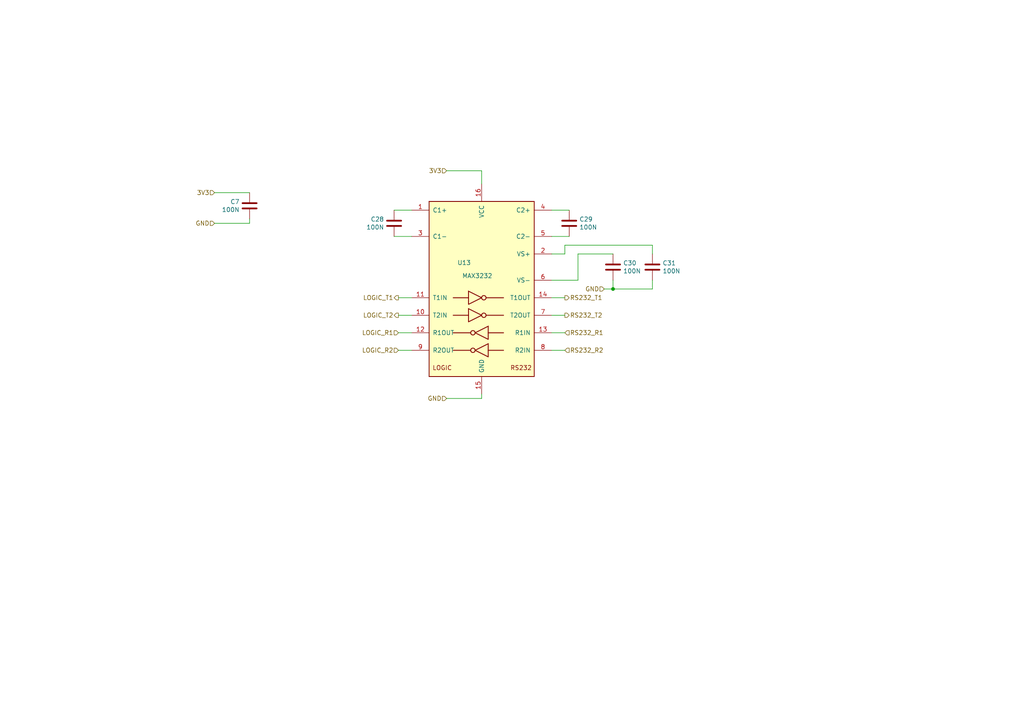
<source format=kicad_sch>
(kicad_sch (version 20211123) (generator eeschema)
  (paper "A4")
  (lib_symbols
    (symbol "Device:C" (pin_numbers hide) (pin_names (offset 0.254))
      (property "Reference" "C" (at 0.635 2.54 0))
      (property "Value" "C" (at 0.635 -2.54 0))
      (symbol "C_0_1"
        (polyline (pts (xy -2.032 -0.762) (xy 2.032 -0.762)) (stroke (width 0.508)))
        (polyline (pts (xy -2.032 0.762) (xy 2.032 0.762)) (stroke (width 0.508)))
      )
      (symbol "C_1_1"
        (pin passive line (at 0 3.81 270) (length 2.794) (name "~") (number "1"))
        (pin passive line (at 0 -3.81 90) (length 2.794) (name "~") (number "2"))
      )
    )
    (symbol "Interface_UART:MAX3232" (pin_names (offset 1.016))
      (property "Reference" "U" (at -2.54 28.575 0))
      (property "Value" "MAX3232" (at -2.54 26.67 0))
      (symbol "MAX3232_0_0"
        (text "LOGIC" (at -11.43 -22.86 0) (effects (font (size 1.27 1.27))))
        (text "RS232" (at 11.43 -22.86 0) (effects (font (size 1.27 1.27))))
      )
      (symbol "MAX3232_0_1"
        (rectangle (start -15.24 -25.4) (end 15.24 25.4) (stroke (width 0.254)) (fill (type background)))
        (circle (center -2.54 -17.78) (radius 0.635) (stroke (width 0.254)))
        (circle (center -2.54 -12.7) (radius 0.635) (stroke (width 0.254)))
        (polyline (pts (xy -3.81 -7.62) (xy -8.255 -7.62)) (stroke (width 0.254)))
        (polyline (pts (xy -3.81 -2.54) (xy -8.255 -2.54)) (stroke (width 0.254)))
        (polyline (pts (xy -3.175 -17.78) (xy -8.255 -17.78)) (stroke (width 0.254)))
        (polyline (pts (xy -3.175 -12.7) (xy -8.255 -12.7)) (stroke (width 0.254)))
        (polyline (pts (xy 1.27 -7.62) (xy 6.35 -7.62)) (stroke (width 0.254)))
        (polyline (pts (xy 1.27 -2.54) (xy 6.35 -2.54)) (stroke (width 0.254)))
        (polyline (pts (xy 1.905 -17.78) (xy 6.35 -17.78)) (stroke (width 0.254)))
        (polyline (pts (xy 1.905 -12.7) (xy 6.35 -12.7)) (stroke (width 0.254)))
        (polyline (pts (xy -3.81 -5.715) (xy -3.81 -9.525) (xy 0 -7.62) (xy -3.81 -5.715)) (stroke (width 0.254)))
        (polyline (pts (xy -3.81 -0.635) (xy -3.81 -4.445) (xy 0 -2.54) (xy -3.81 -0.635)) (stroke (width 0.254)))
        (polyline (pts (xy 1.905 -15.875) (xy 1.905 -19.685) (xy -1.905 -17.78) (xy 1.905 -15.875)) (stroke (width 0.254)))
        (polyline (pts (xy 1.905 -10.795) (xy 1.905 -14.605) (xy -1.905 -12.7) (xy 1.905 -10.795)) (stroke (width 0.254)))
        (circle (center 0.635 -7.62) (radius 0.635) (stroke (width 0.254)))
        (circle (center 0.635 -2.54) (radius 0.635) (stroke (width 0.254)))
      )
      (symbol "MAX3232_1_1"
        (pin passive line (at -20.32 22.86 0) (length 5.08) (name "C1+") (number "1"))
        (pin input line (at -20.32 -7.62 0) (length 5.08) (name "T2IN") (number "10"))
        (pin input line (at -20.32 -2.54 0) (length 5.08) (name "T1IN") (number "11"))
        (pin output line (at -20.32 -12.7 0) (length 5.08) (name "R1OUT") (number "12"))
        (pin input line (at 20.32 -12.7 180) (length 5.08) (name "R1IN") (number "13"))
        (pin output line (at 20.32 -2.54 180) (length 5.08) (name "T1OUT") (number "14"))
        (pin power_in line (at 0 -30.48 90) (length 5.08) (name "GND") (number "15"))
        (pin power_in line (at 0 30.48 270) (length 5.08) (name "VCC") (number "16"))
        (pin power_out line (at 20.32 10.16 180) (length 5.08) (name "VS+") (number "2"))
        (pin passive line (at -20.32 15.24 0) (length 5.08) (name "C1-") (number "3"))
        (pin passive line (at 20.32 22.86 180) (length 5.08) (name "C2+") (number "4"))
        (pin passive line (at 20.32 15.24 180) (length 5.08) (name "C2-") (number "5"))
        (pin power_out line (at 20.32 2.54 180) (length 5.08) (name "VS-") (number "6"))
        (pin output line (at 20.32 -7.62 180) (length 5.08) (name "T2OUT") (number "7"))
        (pin input line (at 20.32 -17.78 180) (length 5.08) (name "R2IN") (number "8"))
        (pin output line (at -20.32 -17.78 0) (length 5.08) (name "R2OUT") (number "9"))
      )
    )
  )
  (junction (at 177.8 83.82))
  (wire (pts (xy 167.64 73.66) (xy 177.8 73.66)))
  (wire (pts (xy 129.54 49.53) (xy 139.7 49.53)))
  (wire (pts (xy 160.02 91.44) (xy 163.83 91.44)))
  (wire (pts (xy 119.38 91.44) (xy 115.57 91.44)))
  (wire (pts (xy 175.26 83.82) (xy 177.8 83.82)))
  (wire (pts (xy 114.3 60.96) (xy 119.38 60.96)))
  (wire (pts (xy 160.02 101.6) (xy 163.83 101.6)))
  (wire (pts (xy 163.83 71.12) (xy 163.83 73.66)))
  (wire (pts (xy 160.02 68.58) (xy 165.1 68.58)))
  (wire (pts (xy 167.64 81.28) (xy 167.64 73.66)))
  (wire (pts (xy 129.54 115.57) (xy 139.7 115.57)))
  (wire (pts (xy 163.83 96.52) (xy 160.02 96.52)))
  (wire (pts (xy 119.38 101.6) (xy 115.57 101.6)))
  (wire (pts (xy 177.8 83.82) (xy 177.8 81.28)))
  (wire (pts (xy 163.83 73.66) (xy 160.02 73.66)))
  (wire (pts (xy 72.39 63.5) (xy 72.39 64.77)))
  (wire (pts (xy 115.57 86.36) (xy 119.38 86.36)))
  (wire (pts (xy 62.23 55.88) (xy 72.39 55.88)))
  (wire (pts (xy 115.57 96.52) (xy 119.38 96.52)))
  (wire (pts (xy 139.7 115.57) (xy 139.7 114.3)))
  (wire (pts (xy 163.83 86.36) (xy 160.02 86.36)))
  (wire (pts (xy 189.23 71.12) (xy 189.23 73.66)))
  (wire (pts (xy 72.39 64.77) (xy 62.23 64.77)))
  (wire (pts (xy 163.83 71.12) (xy 189.23 71.12)))
  (wire (pts (xy 165.1 60.96) (xy 160.02 60.96)))
  (wire (pts (xy 119.38 68.58) (xy 114.3 68.58)))
  (wire (pts (xy 160.02 81.28) (xy 167.64 81.28)))
  (wire (pts (xy 189.23 83.82) (xy 177.8 83.82)))
  (wire (pts (xy 189.23 81.28) (xy 189.23 83.82)))
  (wire (pts (xy 139.7 49.53) (xy 139.7 53.34)))
  (hierarchical_label "LOGIC_R1" (shape input) (at 115.57 96.52 180))
  (hierarchical_label "GND" (shape input) (at 129.54 115.57 180))
  (hierarchical_label "LOGIC_R2" (shape input) (at 115.57 101.6 180))
  (hierarchical_label "LOGIC_T2" (shape output) (at 115.57 91.44 180))
  (hierarchical_label "LOGIC_T1" (shape output) (at 115.57 86.36 180))
  (hierarchical_label "3V3" (shape input) (at 62.23 55.88 180))
  (hierarchical_label "RS232_R1" (shape input) (at 163.83 96.52 0))
  (hierarchical_label "RS232_T1" (shape output) (at 163.83 86.36 0))
  (hierarchical_label "3V3" (shape input) (at 129.54 49.53 180))
  (hierarchical_label "GND" (shape input) (at 62.23 64.77 180))
  (hierarchical_label "RS232_T2" (shape output) (at 163.83 91.44 0))
  (hierarchical_label "GND" (shape input) (at 175.26 83.82 180))
  (hierarchical_label "RS232_R2" (shape input) (at 163.83 101.6 0))
  (symbol (lib_id "Interface_UART:MAX3232") (at 139.7 83.82 0) (unit 1)
    (property "Reference" "U13" (at 134.62 76.2 0))
    (property "Value" "MAX3232" (at 138.43 80.01 0))
    (property "Footprint" "Package_SO:TSSOP-16_4.4x5mm_P0.65mm" (effects hide))
    (property "Datasheet" "https://datasheets.maximintegrated.com/en/ds/MAX3222-MAX3241.pdf" (effects hide))
  )
  (symbol (lib_id "Device:C") (at 114.3 64.77 0) (mirror x) (unit 1)
    (property "Reference" "C28" (at 111.4044 63.6016 0) (effects (justify right)))
    (property "Value" "100N" (at 111.4044 65.913 0) (effects (justify right)))
    (property "Footprint" "Capacitor_SMD:C_0603_1608Metric" (effects hide))
  )
  (symbol (lib_id "Device:C") (at 165.1 64.77 0) (unit 1)
    (property "Reference" "C29" (at 168.021 63.6016 0) (effects (justify left)))
    (property "Value" "100N" (at 168.021 65.913 0) (effects (justify left)))
    (property "Footprint" "Capacitor_SMD:C_0603_1608Metric" (effects hide))
  )
  (symbol (lib_id "Device:C") (at 189.23 77.47 0) (unit 1)
    (property "Reference" "C31" (at 192.151 76.3016 0) (effects (justify left)))
    (property "Value" "100N" (at 192.151 78.613 0) (effects (justify left)))
    (property "Footprint" "Capacitor_SMD:C_0603_1608Metric" (effects hide))
  )
  (symbol (lib_id "Device:C") (at 177.8 77.47 0) (unit 1)
    (property "Reference" "C30" (at 180.721 76.3016 0) (effects (justify left)))
    (property "Value" "100N" (at 180.721 78.613 0) (effects (justify left)))
    (property "Footprint" "Capacitor_SMD:C_0603_1608Metric" (effects hide))
  )
  (symbol (lib_id "Device:C") (at 72.39 59.69 0) (mirror x) (unit 1)
    (property "Reference" "C7" (at 69.4944 58.5216 0) (effects (justify right)))
    (property "Value" "100N" (at 69.4944 60.833 0) (effects (justify right)))
    (property "Footprint" "Capacitor_SMD:C_0603_1608Metric" (effects hide))
  )
)
</source>
